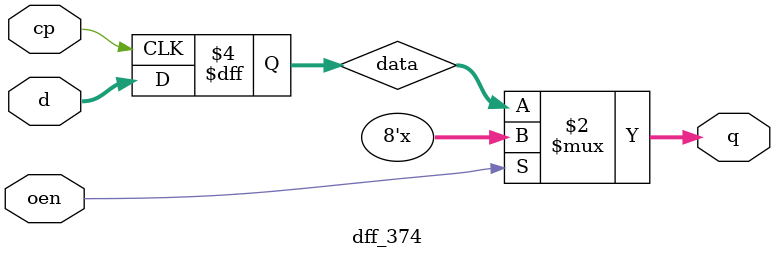
<source format=v>
module dff_374(
    input cp,
    input oen,
    input [7:0] d,
    output [7:0] q);

    reg [7:0] data;

    assign q = !oen ? data : 8'bZ;

    always @ (posedge cp) begin
        data <= d;
    end

    /* Instantiation:
    dff_374 new_instance (
        .cp(),
        .oen(),
        .d(),
        .q()
    );
    */
endmodule
</source>
